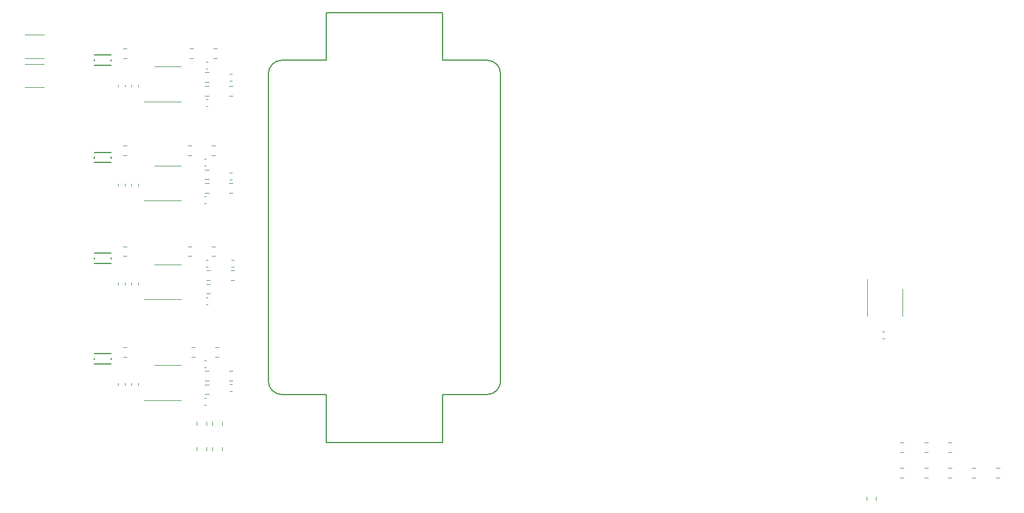
<source format=gbr>
G04 #@! TF.GenerationSoftware,KiCad,Pcbnew,5.1.4-e60b266~84~ubuntu18.04.1*
G04 #@! TF.CreationDate,2019-11-06T15:58:43-08:00*
G04 #@! TF.ProjectId,integrated,696e7465-6772-4617-9465-642e6b696361,rev?*
G04 #@! TF.SameCoordinates,Original*
G04 #@! TF.FileFunction,Legend,Bot*
G04 #@! TF.FilePolarity,Positive*
%FSLAX46Y46*%
G04 Gerber Fmt 4.6, Leading zero omitted, Abs format (unit mm)*
G04 Created by KiCad (PCBNEW 5.1.4-e60b266~84~ubuntu18.04.1) date 2019-11-06 15:58:43*
%MOMM*%
%LPD*%
G04 APERTURE LIST*
%ADD10C,0.120000*%
%ADD11C,0.150000*%
G04 APERTURE END LIST*
D10*
X224337221Y-115240000D02*
X224662779Y-115240000D01*
X224337221Y-116260000D02*
X224662779Y-116260000D01*
X227508578Y-136710000D02*
X226991422Y-136710000D01*
X227508578Y-135290000D02*
X226991422Y-135290000D01*
X113241422Y-102790000D02*
X113758578Y-102790000D01*
X113241422Y-104210000D02*
X113758578Y-104210000D01*
X125337221Y-110240000D02*
X125662779Y-110240000D01*
X125337221Y-111260000D02*
X125662779Y-111260000D01*
X114490000Y-123162779D02*
X114490000Y-122837221D01*
X115510000Y-123162779D02*
X115510000Y-122837221D01*
X125412779Y-120510000D02*
X125087221Y-120510000D01*
X125412779Y-119490000D02*
X125087221Y-119490000D01*
X127258578Y-118960000D02*
X126741422Y-118960000D01*
X127258578Y-117540000D02*
X126741422Y-117540000D01*
X123758578Y-118960000D02*
X123241422Y-118960000D01*
X123758578Y-117540000D02*
X123241422Y-117540000D01*
X113241422Y-88040000D02*
X113758578Y-88040000D01*
X113241422Y-89460000D02*
X113758578Y-89460000D01*
X125087221Y-95490000D02*
X125412779Y-95490000D01*
X125087221Y-96510000D02*
X125412779Y-96510000D01*
X113241422Y-73790000D02*
X113758578Y-73790000D01*
X113241422Y-75210000D02*
X113758578Y-75210000D01*
X125337221Y-81240000D02*
X125662779Y-81240000D01*
X125337221Y-82260000D02*
X125662779Y-82260000D01*
X129258578Y-122460000D02*
X128741422Y-122460000D01*
X129258578Y-121040000D02*
X128741422Y-121040000D01*
D11*
X109000000Y-119350000D02*
X109000000Y-119150000D01*
X111500000Y-119350000D02*
X111500000Y-119150000D01*
X111500000Y-118500000D02*
X109000000Y-118500000D01*
X109000000Y-120000000D02*
X111500000Y-120000000D01*
D10*
X129087221Y-104740000D02*
X129412779Y-104740000D01*
X129087221Y-105760000D02*
X129412779Y-105760000D01*
X113510000Y-122837221D02*
X113510000Y-123162779D01*
X112490000Y-122837221D02*
X112490000Y-123162779D01*
X128837221Y-91990000D02*
X129162779Y-91990000D01*
X128837221Y-93010000D02*
X129162779Y-93010000D01*
X128837221Y-77490000D02*
X129162779Y-77490000D01*
X128837221Y-78510000D02*
X129162779Y-78510000D01*
X119750000Y-110560000D02*
X116300000Y-110560000D01*
X119750000Y-110560000D02*
X121700000Y-110560000D01*
X119750000Y-105440000D02*
X117800000Y-105440000D01*
X119750000Y-105440000D02*
X121700000Y-105440000D01*
X119750000Y-96060000D02*
X116300000Y-96060000D01*
X119750000Y-96060000D02*
X121700000Y-96060000D01*
X119750000Y-90940000D02*
X117800000Y-90940000D01*
X119750000Y-90940000D02*
X121700000Y-90940000D01*
X119750000Y-81560000D02*
X116300000Y-81560000D01*
X119750000Y-81560000D02*
X121700000Y-81560000D01*
X119750000Y-76440000D02*
X117800000Y-76440000D01*
X119750000Y-76440000D02*
X121700000Y-76440000D01*
X125758578Y-122460000D02*
X125241422Y-122460000D01*
X125758578Y-121040000D02*
X125241422Y-121040000D01*
X125758578Y-124460000D02*
X125241422Y-124460000D01*
X125758578Y-123040000D02*
X125241422Y-123040000D01*
X114490000Y-108412779D02*
X114490000Y-108087221D01*
X115510000Y-108412779D02*
X115510000Y-108087221D01*
X125662779Y-105760000D02*
X125337221Y-105760000D01*
X125662779Y-104740000D02*
X125337221Y-104740000D01*
X126758578Y-104210000D02*
X126241422Y-104210000D01*
X126758578Y-102790000D02*
X126241422Y-102790000D01*
X123258578Y-104210000D02*
X122741422Y-104210000D01*
X123258578Y-102790000D02*
X122741422Y-102790000D01*
X113241422Y-117540000D02*
X113758578Y-117540000D01*
X113241422Y-118960000D02*
X113758578Y-118960000D01*
X125087221Y-124990000D02*
X125412779Y-124990000D01*
X125087221Y-126010000D02*
X125412779Y-126010000D01*
X114490000Y-93912779D02*
X114490000Y-93587221D01*
X115510000Y-93912779D02*
X115510000Y-93587221D01*
X125412779Y-91010000D02*
X125087221Y-91010000D01*
X125412779Y-89990000D02*
X125087221Y-89990000D01*
X126758578Y-89460000D02*
X126241422Y-89460000D01*
X126758578Y-88040000D02*
X126241422Y-88040000D01*
X123258578Y-89460000D02*
X122741422Y-89460000D01*
X123258578Y-88040000D02*
X122741422Y-88040000D01*
X114490000Y-79412779D02*
X114490000Y-79087221D01*
X115510000Y-79412779D02*
X115510000Y-79087221D01*
X125662779Y-76760000D02*
X125337221Y-76760000D01*
X125662779Y-75740000D02*
X125337221Y-75740000D01*
X127008578Y-75210000D02*
X126491422Y-75210000D01*
X127008578Y-73790000D02*
X126491422Y-73790000D01*
X123508578Y-75210000D02*
X122991422Y-75210000D01*
X123508578Y-73790000D02*
X122991422Y-73790000D01*
X129508578Y-107710000D02*
X128991422Y-107710000D01*
X129508578Y-106290000D02*
X128991422Y-106290000D01*
X129258578Y-94960000D02*
X128741422Y-94960000D01*
X129258578Y-93540000D02*
X128741422Y-93540000D01*
X129258578Y-80710000D02*
X128741422Y-80710000D01*
X129258578Y-79290000D02*
X128741422Y-79290000D01*
D11*
X109000000Y-104600000D02*
X109000000Y-104400000D01*
X111500000Y-104600000D02*
X111500000Y-104400000D01*
X111500000Y-103750000D02*
X109000000Y-103750000D01*
X109000000Y-105250000D02*
X111500000Y-105250000D01*
X109000000Y-89850000D02*
X109000000Y-89650000D01*
X111500000Y-89850000D02*
X111500000Y-89650000D01*
X111500000Y-89000000D02*
X109000000Y-89000000D01*
X109000000Y-90500000D02*
X111500000Y-90500000D01*
X109000000Y-75600000D02*
X109000000Y-75400000D01*
X111500000Y-75600000D02*
X111500000Y-75400000D01*
X111500000Y-74750000D02*
X109000000Y-74750000D01*
X109000000Y-76250000D02*
X111500000Y-76250000D01*
X134500000Y-77500000D02*
X134500000Y-122500000D01*
X143000000Y-75500000D02*
X136500000Y-75500000D01*
X166500000Y-75500000D02*
X160000000Y-75500000D01*
X168500000Y-122500000D02*
X168500000Y-77500000D01*
X160000000Y-124500000D02*
X166500000Y-124500000D01*
X136500000Y-124500000D02*
X143000000Y-124500000D01*
X136500000Y-124500000D02*
G75*
G02X134500000Y-122500000I0J2000000D01*
G01*
X168500000Y-122500000D02*
G75*
G02X166500000Y-124500000I-2000000J0D01*
G01*
X166500000Y-75500000D02*
G75*
G02X168500000Y-77500000I0J-2000000D01*
G01*
X134500000Y-77500000D02*
G75*
G02X136500000Y-75500000I2000000J0D01*
G01*
X160000000Y-68500000D02*
X160000000Y-75500000D01*
X143000000Y-68500000D02*
X160000000Y-68500000D01*
X143000000Y-75500000D02*
X143000000Y-68500000D01*
X160000000Y-131500000D02*
X160000000Y-124500000D01*
X143000000Y-131500000D02*
X160000000Y-131500000D01*
X143000000Y-124500000D02*
X143000000Y-131500000D01*
D10*
X234508578Y-132960000D02*
X233991422Y-132960000D01*
X234508578Y-131540000D02*
X233991422Y-131540000D01*
X231008578Y-132960000D02*
X230491422Y-132960000D01*
X231008578Y-131540000D02*
X230491422Y-131540000D01*
X227508578Y-132960000D02*
X226991422Y-132960000D01*
X227508578Y-131540000D02*
X226991422Y-131540000D01*
X241508578Y-136710000D02*
X240991422Y-136710000D01*
X241508578Y-135290000D02*
X240991422Y-135290000D01*
X238008578Y-136710000D02*
X237491422Y-136710000D01*
X238008578Y-135290000D02*
X237491422Y-135290000D01*
X234508578Y-136710000D02*
X233991422Y-136710000D01*
X234508578Y-135290000D02*
X233991422Y-135290000D01*
X231008578Y-136710000D02*
X230491422Y-136710000D01*
X231008578Y-135290000D02*
X230491422Y-135290000D01*
X113510000Y-108087221D02*
X113510000Y-108412779D01*
X112490000Y-108087221D02*
X112490000Y-108412779D01*
X128837221Y-122990000D02*
X129162779Y-122990000D01*
X128837221Y-124010000D02*
X129162779Y-124010000D01*
X113510000Y-93587221D02*
X113510000Y-93912779D01*
X112490000Y-93587221D02*
X112490000Y-93912779D01*
X113510000Y-79087221D02*
X113510000Y-79412779D01*
X112490000Y-79087221D02*
X112490000Y-79412779D01*
X222190000Y-111000000D02*
X222190000Y-107550000D01*
X222190000Y-111000000D02*
X222190000Y-112950000D01*
X227310000Y-111000000D02*
X227310000Y-109050000D01*
X227310000Y-111000000D02*
X227310000Y-112950000D01*
X119750000Y-125310000D02*
X116300000Y-125310000D01*
X119750000Y-125310000D02*
X121700000Y-125310000D01*
X119750000Y-120190000D02*
X117800000Y-120190000D01*
X119750000Y-120190000D02*
X121700000Y-120190000D01*
X126008578Y-107710000D02*
X125491422Y-107710000D01*
X126008578Y-106290000D02*
X125491422Y-106290000D01*
X126008578Y-109710000D02*
X125491422Y-109710000D01*
X126008578Y-108290000D02*
X125491422Y-108290000D01*
X125758578Y-92960000D02*
X125241422Y-92960000D01*
X125758578Y-91540000D02*
X125241422Y-91540000D01*
X125758578Y-94960000D02*
X125241422Y-94960000D01*
X125758578Y-93540000D02*
X125241422Y-93540000D01*
X125758578Y-78710000D02*
X125241422Y-78710000D01*
X125758578Y-77290000D02*
X125241422Y-77290000D01*
X125758578Y-80710000D02*
X125241422Y-80710000D01*
X125758578Y-79290000D02*
X125241422Y-79290000D01*
X98863748Y-76040000D02*
X101636252Y-76040000D01*
X98863748Y-79460000D02*
X101636252Y-79460000D01*
X98863748Y-71790000D02*
X101636252Y-71790000D01*
X98863748Y-75210000D02*
X101636252Y-75210000D01*
X222040000Y-140008578D02*
X222040000Y-139491422D01*
X223460000Y-140008578D02*
X223460000Y-139491422D01*
X124040000Y-129008578D02*
X124040000Y-128491422D01*
X125460000Y-129008578D02*
X125460000Y-128491422D01*
X126290000Y-129008578D02*
X126290000Y-128491422D01*
X127710000Y-129008578D02*
X127710000Y-128491422D01*
X124040000Y-132758578D02*
X124040000Y-132241422D01*
X125460000Y-132758578D02*
X125460000Y-132241422D01*
X126290000Y-132758578D02*
X126290000Y-132241422D01*
X127710000Y-132758578D02*
X127710000Y-132241422D01*
M02*

</source>
